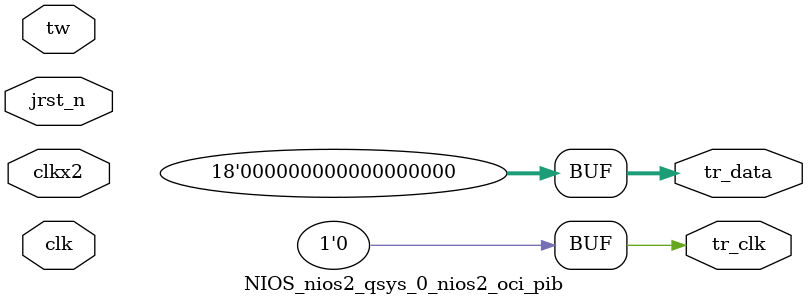
<source format=v>
module NIOS_nios2_qsys_0_nios2_oci_pib (
                                          clk,
                                          clkx2,
                                          jrst_n,
                                          tw,
                                          tr_clk,
                                          tr_data
                                       )
;
  output           tr_clk;
  output  [ 17: 0] tr_data;
  input            clk;
  input            clkx2;
  input            jrst_n;
  input   [ 35: 0] tw;
  wire             phase;
  wire             tr_clk;
  reg              tr_clk_reg ;
  wire    [ 17: 0] tr_data;
  reg     [ 17: 0] tr_data_reg ;
  reg              x1 ;
  reg              x2 ;
  assign phase = x1^x2;
  always @(posedge clk or negedge jrst_n)
    begin
      if (jrst_n == 0)
          x1 <= 0;
      else 
        x1 <= ~x1;
    end
  always @(posedge clkx2 or negedge jrst_n)
    begin
      if (jrst_n == 0)
        begin
          x2 <= 0;
          tr_clk_reg <= 0;
          tr_data_reg <= 0;
        end
      else 
        begin
          x2 <= x1;
          tr_clk_reg <= ~phase;
          tr_data_reg <= phase ?   tw[17 : 0] :   tw[35 : 18];
        end
    end
  assign tr_clk = 0 ? tr_clk_reg : 0;
  assign tr_data = 0 ? tr_data_reg : 0;
endmodule
</source>
